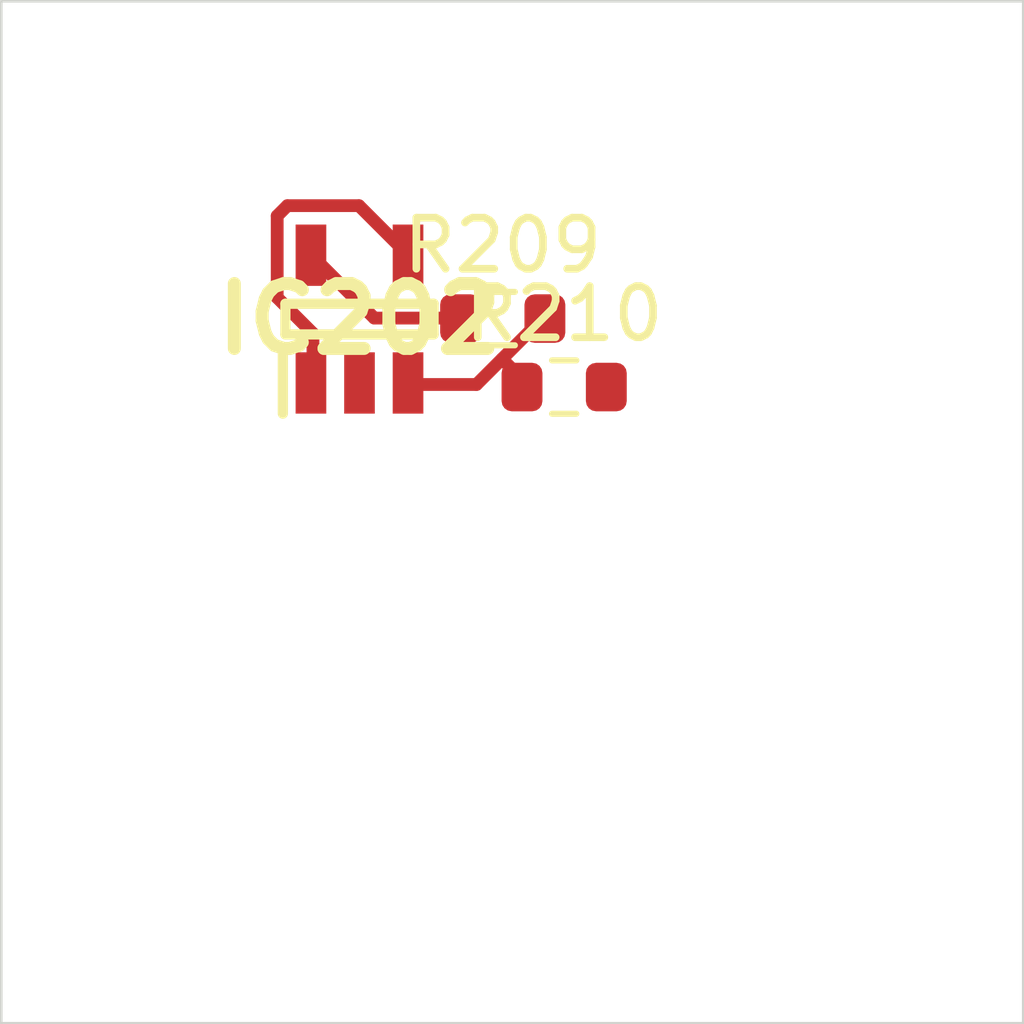
<source format=kicad_pcb>
 ( kicad_pcb  ( version 20171130 )
 ( host pcbnew 5.1.12-84ad8e8a86~92~ubuntu18.04.1 )
 ( general  ( thickness 1.6 )
 ( drawings 4 )
 ( tracks 0 )
 ( zones 0 )
 ( modules 3 )
 ( nets 5 )
)
 ( page A4 )
 ( layers  ( 0 F.Cu signal )
 ( 31 B.Cu signal )
 ( 32 B.Adhes user )
 ( 33 F.Adhes user )
 ( 34 B.Paste user )
 ( 35 F.Paste user )
 ( 36 B.SilkS user )
 ( 37 F.SilkS user )
 ( 38 B.Mask user )
 ( 39 F.Mask user )
 ( 40 Dwgs.User user )
 ( 41 Cmts.User user )
 ( 42 Eco1.User user )
 ( 43 Eco2.User user )
 ( 44 Edge.Cuts user )
 ( 45 Margin user )
 ( 46 B.CrtYd user )
 ( 47 F.CrtYd user )
 ( 48 B.Fab user )
 ( 49 F.Fab user )
)
 ( setup  ( last_trace_width 0.25 )
 ( trace_clearance 0.2 )
 ( zone_clearance 0.508 )
 ( zone_45_only no )
 ( trace_min 0.2 )
 ( via_size 0.8 )
 ( via_drill 0.4 )
 ( via_min_size 0.4 )
 ( via_min_drill 0.3 )
 ( uvia_size 0.3 )
 ( uvia_drill 0.1 )
 ( uvias_allowed no )
 ( uvia_min_size 0.2 )
 ( uvia_min_drill 0.1 )
 ( edge_width 0.05 )
 ( segment_width 0.2 )
 ( pcb_text_width 0.3 )
 ( pcb_text_size 1.5 1.5 )
 ( mod_edge_width 0.12 )
 ( mod_text_size 1 1 )
 ( mod_text_width 0.15 )
 ( pad_size 1.524 1.524 )
 ( pad_drill 0.762 )
 ( pad_to_mask_clearance 0 )
 ( aux_axis_origin 0 0 )
 ( visible_elements FFFFFF7F )
 ( pcbplotparams  ( layerselection 0x010fc_ffffffff )
 ( usegerberextensions false )
 ( usegerberattributes true )
 ( usegerberadvancedattributes true )
 ( creategerberjobfile true )
 ( excludeedgelayer true )
 ( linewidth 0.100000 )
 ( plotframeref false )
 ( viasonmask false )
 ( mode 1 )
 ( useauxorigin false )
 ( hpglpennumber 1 )
 ( hpglpenspeed 20 )
 ( hpglpendiameter 15.000000 )
 ( psnegative false )
 ( psa4output false )
 ( plotreference true )
 ( plotvalue true )
 ( plotinvisibletext false )
 ( padsonsilk false )
 ( subtractmaskfromsilk false )
 ( outputformat 1 )
 ( mirror false )
 ( drillshape 1 )
 ( scaleselection 1 )
 ( outputdirectory "" )
)
)
 ( net 0 "" )
 ( net 1 GND )
 ( net 2 VDDA )
 ( net 3 /Sheet6235D886/vp )
 ( net 4 "Net-(IC202-Pad3)" )
 ( net_class Default "This is the default net class."  ( clearance 0.2 )
 ( trace_width 0.25 )
 ( via_dia 0.8 )
 ( via_drill 0.4 )
 ( uvia_dia 0.3 )
 ( uvia_drill 0.1 )
 ( add_net /Sheet6235D886/vp )
 ( add_net GND )
 ( add_net "Net-(IC202-Pad3)" )
 ( add_net VDDA )
)
 ( module SOT95P280X145-5N locked  ( layer F.Cu )
 ( tedit 62336ED7 )
 ( tstamp 623423ED )
 ( at 87.010600 106.220000 90.000000 )
 ( descr DBV0005A )
 ( tags "Integrated Circuit" )
 ( path /6235D887/6266C08E )
 ( attr smd )
 ( fp_text reference IC202  ( at 0 0 )
 ( layer F.SilkS )
 ( effects  ( font  ( size 1.27 1.27 )
 ( thickness 0.254 )
)
)
)
 ( fp_text value TL071HIDBVR  ( at 0 0 )
 ( layer F.SilkS )
hide  ( effects  ( font  ( size 1.27 1.27 )
 ( thickness 0.254 )
)
)
)
 ( fp_line  ( start -1.85 -1.5 )
 ( end -0.65 -1.5 )
 ( layer F.SilkS )
 ( width 0.2 )
)
 ( fp_line  ( start -0.3 1.45 )
 ( end -0.3 -1.45 )
 ( layer F.SilkS )
 ( width 0.2 )
)
 ( fp_line  ( start 0.3 1.45 )
 ( end -0.3 1.45 )
 ( layer F.SilkS )
 ( width 0.2 )
)
 ( fp_line  ( start 0.3 -1.45 )
 ( end 0.3 1.45 )
 ( layer F.SilkS )
 ( width 0.2 )
)
 ( fp_line  ( start -0.3 -1.45 )
 ( end 0.3 -1.45 )
 ( layer F.SilkS )
 ( width 0.2 )
)
 ( fp_line  ( start -0.8 -0.5 )
 ( end 0.15 -1.45 )
 ( layer Dwgs.User )
 ( width 0.1 )
)
 ( fp_line  ( start -0.8 1.45 )
 ( end -0.8 -1.45 )
 ( layer Dwgs.User )
 ( width 0.1 )
)
 ( fp_line  ( start 0.8 1.45 )
 ( end -0.8 1.45 )
 ( layer Dwgs.User )
 ( width 0.1 )
)
 ( fp_line  ( start 0.8 -1.45 )
 ( end 0.8 1.45 )
 ( layer Dwgs.User )
 ( width 0.1 )
)
 ( fp_line  ( start -0.8 -1.45 )
 ( end 0.8 -1.45 )
 ( layer Dwgs.User )
 ( width 0.1 )
)
 ( fp_line  ( start -2.1 1.775 )
 ( end -2.1 -1.775 )
 ( layer Dwgs.User )
 ( width 0.05 )
)
 ( fp_line  ( start 2.1 1.775 )
 ( end -2.1 1.775 )
 ( layer Dwgs.User )
 ( width 0.05 )
)
 ( fp_line  ( start 2.1 -1.775 )
 ( end 2.1 1.775 )
 ( layer Dwgs.User )
 ( width 0.05 )
)
 ( fp_line  ( start -2.1 -1.775 )
 ( end 2.1 -1.775 )
 ( layer Dwgs.User )
 ( width 0.05 )
)
 ( pad 1 smd rect  ( at -1.25 -0.95 180.000000 )
 ( size 0.6 1.2 )
 ( layers F.Cu F.Mask F.Paste )
 ( net 3 /Sheet6235D886/vp )
)
 ( pad 2 smd rect  ( at -1.25 0 180.000000 )
 ( size 0.6 1.2 )
 ( layers F.Cu F.Mask F.Paste )
 ( net 1 GND )
)
 ( pad 3 smd rect  ( at -1.25 0.95 180.000000 )
 ( size 0.6 1.2 )
 ( layers F.Cu F.Mask F.Paste )
 ( net 4 "Net-(IC202-Pad3)" )
)
 ( pad 4 smd rect  ( at 1.25 0.95 180.000000 )
 ( size 0.6 1.2 )
 ( layers F.Cu F.Mask F.Paste )
 ( net 3 /Sheet6235D886/vp )
)
 ( pad 5 smd rect  ( at 1.25 -0.95 180.000000 )
 ( size 0.6 1.2 )
 ( layers F.Cu F.Mask F.Paste )
 ( net 2 VDDA )
)
)
 ( module Resistor_SMD:R_0603_1608Metric  ( layer F.Cu )
 ( tedit 5F68FEEE )
 ( tstamp 62342595 )
 ( at 89.814100 106.210000 )
 ( descr "Resistor SMD 0603 (1608 Metric), square (rectangular) end terminal, IPC_7351 nominal, (Body size source: IPC-SM-782 page 72, https://www.pcb-3d.com/wordpress/wp-content/uploads/ipc-sm-782a_amendment_1_and_2.pdf), generated with kicad-footprint-generator" )
 ( tags resistor )
 ( path /6235D887/623CDBD9 )
 ( attr smd )
 ( fp_text reference R209  ( at 0 -1.43 )
 ( layer F.SilkS )
 ( effects  ( font  ( size 1 1 )
 ( thickness 0.15 )
)
)
)
 ( fp_text value 100k  ( at 0 1.43 )
 ( layer F.Fab )
 ( effects  ( font  ( size 1 1 )
 ( thickness 0.15 )
)
)
)
 ( fp_line  ( start -0.8 0.4125 )
 ( end -0.8 -0.4125 )
 ( layer F.Fab )
 ( width 0.1 )
)
 ( fp_line  ( start -0.8 -0.4125 )
 ( end 0.8 -0.4125 )
 ( layer F.Fab )
 ( width 0.1 )
)
 ( fp_line  ( start 0.8 -0.4125 )
 ( end 0.8 0.4125 )
 ( layer F.Fab )
 ( width 0.1 )
)
 ( fp_line  ( start 0.8 0.4125 )
 ( end -0.8 0.4125 )
 ( layer F.Fab )
 ( width 0.1 )
)
 ( fp_line  ( start -0.237258 -0.5225 )
 ( end 0.237258 -0.5225 )
 ( layer F.SilkS )
 ( width 0.12 )
)
 ( fp_line  ( start -0.237258 0.5225 )
 ( end 0.237258 0.5225 )
 ( layer F.SilkS )
 ( width 0.12 )
)
 ( fp_line  ( start -1.48 0.73 )
 ( end -1.48 -0.73 )
 ( layer F.CrtYd )
 ( width 0.05 )
)
 ( fp_line  ( start -1.48 -0.73 )
 ( end 1.48 -0.73 )
 ( layer F.CrtYd )
 ( width 0.05 )
)
 ( fp_line  ( start 1.48 -0.73 )
 ( end 1.48 0.73 )
 ( layer F.CrtYd )
 ( width 0.05 )
)
 ( fp_line  ( start 1.48 0.73 )
 ( end -1.48 0.73 )
 ( layer F.CrtYd )
 ( width 0.05 )
)
 ( fp_text user %R  ( at 0 0 )
 ( layer F.Fab )
 ( effects  ( font  ( size 0.4 0.4 )
 ( thickness 0.06 )
)
)
)
 ( pad 1 smd roundrect  ( at -0.825 0 )
 ( size 0.8 0.95 )
 ( layers F.Cu F.Mask F.Paste )
 ( roundrect_rratio 0.25 )
 ( net 2 VDDA )
)
 ( pad 2 smd roundrect  ( at 0.825 0 )
 ( size 0.8 0.95 )
 ( layers F.Cu F.Mask F.Paste )
 ( roundrect_rratio 0.25 )
 ( net 4 "Net-(IC202-Pad3)" )
)
 ( model ${KISYS3DMOD}/Resistor_SMD.3dshapes/R_0603_1608Metric.wrl  ( at  ( xyz 0 0 0 )
)
 ( scale  ( xyz 1 1 1 )
)
 ( rotate  ( xyz 0 0 0 )
)
)
)
 ( module Resistor_SMD:R_0603_1608Metric  ( layer F.Cu )
 ( tedit 5F68FEEE )
 ( tstamp 623425A6 )
 ( at 91.016200 107.550000 )
 ( descr "Resistor SMD 0603 (1608 Metric), square (rectangular) end terminal, IPC_7351 nominal, (Body size source: IPC-SM-782 page 72, https://www.pcb-3d.com/wordpress/wp-content/uploads/ipc-sm-782a_amendment_1_and_2.pdf), generated with kicad-footprint-generator" )
 ( tags resistor )
 ( path /6235D887/623CDBDF )
 ( attr smd )
 ( fp_text reference R210  ( at 0 -1.43 )
 ( layer F.SilkS )
 ( effects  ( font  ( size 1 1 )
 ( thickness 0.15 )
)
)
)
 ( fp_text value 100k  ( at 0 1.43 )
 ( layer F.Fab )
 ( effects  ( font  ( size 1 1 )
 ( thickness 0.15 )
)
)
)
 ( fp_line  ( start 1.48 0.73 )
 ( end -1.48 0.73 )
 ( layer F.CrtYd )
 ( width 0.05 )
)
 ( fp_line  ( start 1.48 -0.73 )
 ( end 1.48 0.73 )
 ( layer F.CrtYd )
 ( width 0.05 )
)
 ( fp_line  ( start -1.48 -0.73 )
 ( end 1.48 -0.73 )
 ( layer F.CrtYd )
 ( width 0.05 )
)
 ( fp_line  ( start -1.48 0.73 )
 ( end -1.48 -0.73 )
 ( layer F.CrtYd )
 ( width 0.05 )
)
 ( fp_line  ( start -0.237258 0.5225 )
 ( end 0.237258 0.5225 )
 ( layer F.SilkS )
 ( width 0.12 )
)
 ( fp_line  ( start -0.237258 -0.5225 )
 ( end 0.237258 -0.5225 )
 ( layer F.SilkS )
 ( width 0.12 )
)
 ( fp_line  ( start 0.8 0.4125 )
 ( end -0.8 0.4125 )
 ( layer F.Fab )
 ( width 0.1 )
)
 ( fp_line  ( start 0.8 -0.4125 )
 ( end 0.8 0.4125 )
 ( layer F.Fab )
 ( width 0.1 )
)
 ( fp_line  ( start -0.8 -0.4125 )
 ( end 0.8 -0.4125 )
 ( layer F.Fab )
 ( width 0.1 )
)
 ( fp_line  ( start -0.8 0.4125 )
 ( end -0.8 -0.4125 )
 ( layer F.Fab )
 ( width 0.1 )
)
 ( fp_text user %R  ( at 0 0 )
 ( layer F.Fab )
 ( effects  ( font  ( size 0.4 0.4 )
 ( thickness 0.06 )
)
)
)
 ( pad 2 smd roundrect  ( at 0.825 0 )
 ( size 0.8 0.95 )
 ( layers F.Cu F.Mask F.Paste )
 ( roundrect_rratio 0.25 )
 ( net 1 GND )
)
 ( pad 1 smd roundrect  ( at -0.825 0 )
 ( size 0.8 0.95 )
 ( layers F.Cu F.Mask F.Paste )
 ( roundrect_rratio 0.25 )
 ( net 4 "Net-(IC202-Pad3)" )
)
 ( model ${KISYS3DMOD}/Resistor_SMD.3dshapes/R_0603_1608Metric.wrl  ( at  ( xyz 0 0 0 )
)
 ( scale  ( xyz 1 1 1 )
)
 ( rotate  ( xyz 0 0 0 )
)
)
)
 ( gr_line  ( start 100 100 )
 ( end 100 120 )
 ( layer Edge.Cuts )
 ( width 0.05 )
 ( tstamp 62E770C4 )
)
 ( gr_line  ( start 80 120 )
 ( end 100 120 )
 ( layer Edge.Cuts )
 ( width 0.05 )
 ( tstamp 62E770C0 )
)
 ( gr_line  ( start 80 100 )
 ( end 100 100 )
 ( layer Edge.Cuts )
 ( width 0.05 )
 ( tstamp 6234110C )
)
 ( gr_line  ( start 80 100 )
 ( end 80 120 )
 ( layer Edge.Cuts )
 ( width 0.05 )
)
 ( segment  ( start 89.000001 106.200002 )
 ( end 87.300001 106.200002 )
 ( width 0.250000 )
 ( layer F.Cu )
 ( net 2 )
)
 ( segment  ( start 87.300001 106.200002 )
 ( end 86.100001 105.000002 )
 ( width 0.250000 )
 ( layer F.Cu )
 ( net 2 )
)
 ( segment  ( start 88.000001 105.000002 )
 ( end 87.000001 104.000002 )
 ( width 0.250000 )
 ( layer F.Cu )
 ( net 3 )
)
 ( segment  ( start 87.000001 104.000002 )
 ( end 85.600001 104.000002 )
 ( width 0.250000 )
 ( layer F.Cu )
 ( net 3 )
)
 ( segment  ( start 85.600001 104.000002 )
 ( end 85.400001 104.200002 )
 ( width 0.250000 )
 ( layer F.Cu )
 ( net 3 )
)
 ( segment  ( start 85.400001 104.200002 )
 ( end 85.400001 105.800002 )
 ( width 0.250000 )
 ( layer F.Cu )
 ( net 3 )
)
 ( segment  ( start 85.400001 105.800002 )
 ( end 86.100001 106.500002 )
 ( width 0.250000 )
 ( layer F.Cu )
 ( net 3 )
)
 ( segment  ( start 86.100001 106.500002 )
 ( end 86.100001 107.500002 )
 ( width 0.250000 )
 ( layer F.Cu )
 ( net 3 )
)
 ( segment  ( start 90.600001 106.200002 )
 ( end 89.300001 107.500002 )
 ( width 0.250000 )
 ( layer F.Cu )
 ( net 4 )
)
 ( segment  ( start 89.300001 107.500002 )
 ( end 88.000001 107.500002 )
 ( width 0.250000 )
 ( layer F.Cu )
 ( net 4 )
)
 ( segment  ( start 90.200001 107.500002 )
 ( end 90.200001 107.400002 )
 ( width 0.250000 )
 ( layer F.Cu )
 ( net 4 )
)
 ( segment  ( start 90.200001 107.400002 )
 ( end 89.800001 107.000002 )
 ( width 0.250000 )
 ( layer F.Cu )
 ( net 4 )
)
)

</source>
